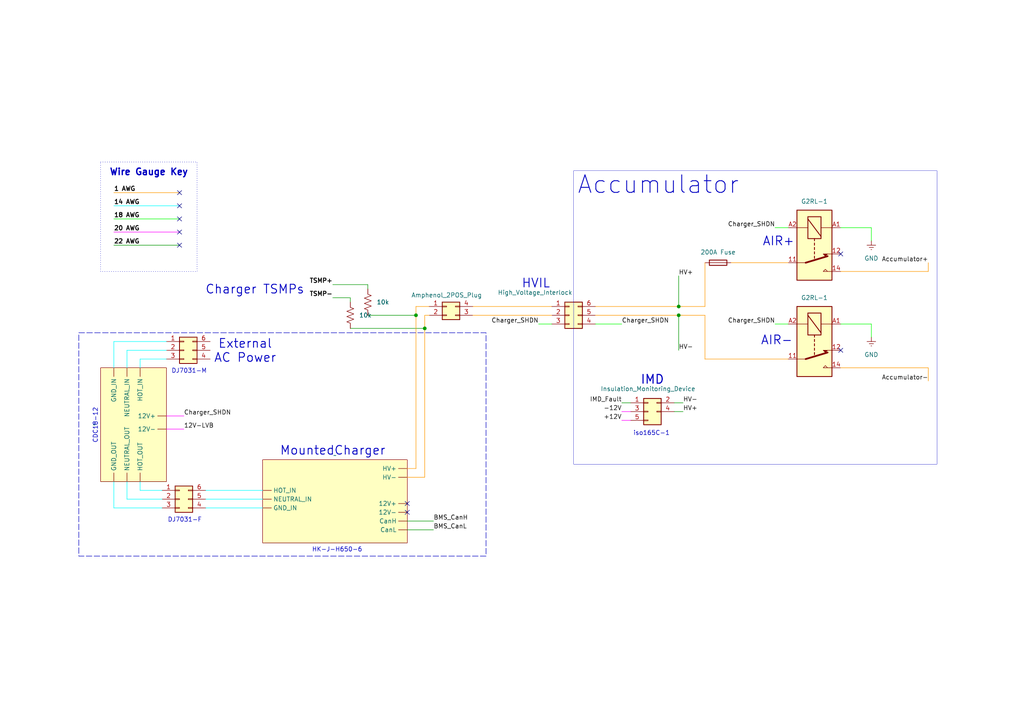
<source format=kicad_sch>
(kicad_sch (version 20250114) (generator "eeschema") (generator_version "9.0")
  (paper "A4")
  (lib_symbols
    (symbol "Connector_Generic:Conn_02x02_Counter_Clockwise" (pin_names (offset 1.016) (hide yes))
      (property "Reference" "J" (at 1.27 2.54 0))
      (property "Value" "Conn_02x02_Counter_Clockwise" (at 1.27 -5.08 0))
      (symbol "Conn_02x02_Counter_Clockwise_1_1"
        (rectangle (start -1.27 1.27) (end 3.81 -3.81) (stroke (width 0.254)) (fill (type background)))
        (rectangle (start -1.27 0.127) (end 0 -0.127) (stroke (width 0.1524)))
        (rectangle (start -1.27 -2.413) (end 0 -2.667) (stroke (width 0.1524)))
        (rectangle (start 3.81 0.127) (end 2.54 -0.127) (stroke (width 0.1524)))
        (rectangle (start 3.81 -2.413) (end 2.54 -2.667) (stroke (width 0.1524)))
        (pin passive line (at -5.08 0 0) (length 3.81) (name "Pin_1") (number "1"))
        (pin passive line (at -5.08 -2.54 0) (length 3.81) (name "Pin_2") (number "2"))
        (pin passive line (at 7.62 0 180) (length 3.81) (name "Pin_4") (number "4"))
        (pin passive line (at 7.62 -2.54 180) (length 3.81) (name "Pin_3") (number "3"))
      )
    )
    (symbol "Connector_Generic:Conn_02x03_Counter_Clockwise" (pin_names (offset 1.016) (hide yes))
      (property "Reference" "J" (at 1.27 5.08 0))
      (property "Value" "Conn_02x03_Counter_Clockwise" (at 1.27 -5.08 0))
      (symbol "Conn_02x03_Counter_Clockwise_1_1"
        (rectangle (start -1.27 3.81) (end 3.81 -3.81) (stroke (width 0.254)) (fill (type background)))
        (rectangle (start -1.27 2.667) (end 0 2.413) (stroke (width 0.1524)))
        (rectangle (start -1.27 0.127) (end 0 -0.127) (stroke (width 0.1524)))
        (rectangle (start -1.27 -2.413) (end 0 -2.667) (stroke (width 0.1524)))
        (rectangle (start 3.81 2.667) (end 2.54 2.413) (stroke (width 0.1524)))
        (rectangle (start 3.81 0.127) (end 2.54 -0.127) (stroke (width 0.1524)))
        (rectangle (start 3.81 -2.413) (end 2.54 -2.667) (stroke (width 0.1524)))
        (pin passive line (at -5.08 2.54 0) (length 3.81) (name "Pin_1") (number "1"))
        (pin passive line (at -5.08 0 0) (length 3.81) (name "Pin_2") (number "2"))
        (pin passive line (at -5.08 -2.54 0) (length 3.81) (name "Pin_3") (number "3"))
        (pin passive line (at 7.62 2.54 180) (length 3.81) (name "Pin_6") (number "6"))
        (pin passive line (at 7.62 0 180) (length 3.81) (name "Pin_5") (number "5"))
        (pin passive line (at 7.62 -2.54 180) (length 3.81) (name "Pin_4") (number "4"))
      )
    )
    (symbol "Connector_Generic:Conn_2Rows-05Pins" (pin_names (offset 1.016) (hide yes))
      (property "Reference" "J" (at 1.27 5.08 0))
      (property "Value" "Conn_2Rows-05Pins" (at 1.27 -5.08 0))
      (symbol "Conn_2Rows-05Pins_1_1"
        (rectangle (start -1.27 3.81) (end 3.81 -3.81) (stroke (width 0.254)) (fill (type background)))
        (rectangle (start -1.27 2.667) (end 0 2.413) (stroke (width 0.1524)))
        (rectangle (start -1.27 0.127) (end 0 -0.127) (stroke (width 0.1524)))
        (rectangle (start -1.27 -2.413) (end 0 -2.667) (stroke (width 0.1524)))
        (rectangle (start 3.81 2.667) (end 2.54 2.413) (stroke (width 0.1524)))
        (rectangle (start 3.81 0.127) (end 2.54 -0.127) (stroke (width 0.1524)))
        (pin passive line (at -5.08 2.54 0) (length 3.81) (name "Pin_1") (number "1"))
        (pin passive line (at -5.08 0 0) (length 3.81) (name "Pin_3") (number "3"))
        (pin passive line (at -5.08 -2.54 0) (length 3.81) (name "Pin_5") (number "5"))
        (pin passive line (at 7.62 2.54 180) (length 3.81) (name "Pin_2") (number "2"))
        (pin passive line (at 7.62 0 180) (length 3.81) (name "Pin_4") (number "4"))
      )
    )
    (symbol "Device:Fuse" (pin_numbers (hide yes)) (pin_names (offset 0))
      (property "Reference" "F" (at 2.032 0 90))
      (property "Value" "Fuse" (at -1.905 0 90))
      (symbol "Fuse_0_1"
        (rectangle (start -0.762 -2.54) (end 0.762 2.54) (stroke (width 0.254)))
        (polyline (pts (xy 0 2.54) (xy 0 -2.54)))
      )
      (symbol "Fuse_1_1"
        (pin passive line (at 0 3.81 270) (length 1.27) (name "~") (number "1"))
        (pin passive line (at 0 -3.81 90) (length 1.27) (name "~") (number "2"))
      )
    )
    (symbol "Device:R_US" (pin_numbers (hide yes)) (pin_names (offset 0))
      (property "Reference" "R" (at 2.54 0 90))
      (property "Value" "R_US" (at -2.54 0 90))
      (symbol "R_US_0_1"
        (polyline (pts (xy 0 2.286) (xy 0 2.54)))
        (polyline (pts (xy 0 2.286) (xy 1.016 1.905) (xy 0 1.524) (xy -1.016 1.143) (xy 0 0.762)))
        (polyline (pts (xy 0 0.762) (xy 1.016 0.381) (xy 0 0) (xy -1.016 -0.381) (xy 0 -0.762)))
        (polyline (pts (xy 0 -0.762) (xy 1.016 -1.143) (xy 0 -1.524) (xy -1.016 -1.905) (xy 0 -2.286)))
        (polyline (pts (xy 0 -2.286) (xy 0 -2.54)))
      )
      (symbol "R_US_1_1"
        (pin passive line (at 0 3.81 270) (length 1.27) (name "~") (number "1"))
        (pin passive line (at 0 -3.81 90) (length 1.27) (name "~") (number "2"))
      )
    )
    (symbol "New_Library:CDC18-12"
      (symbol "CDC18-12_1_1"
        (rectangle (start -16.51 13.97) (end 16.51 -5.08) (fill (type color) (color 255 255 194 1)))
        (pin input line (at -16.51 6.35 0) (length 2.54) (name "HOT_IN") (number ""))
        (pin input line (at -16.51 2.54 0) (length 2.54) (name "NEUTRAL_IN") (number ""))
        (pin input line (at -16.51 -1.27 0) (length 2.54) (name "GND_IN") (number ""))
        (pin input line (at -2.54 13.97 270) (length 2.54) (name "12V+") (number ""))
        (pin output line (at 1.27 13.97 270) (length 2.54) (name "12V-") (number ""))
        (pin output line (at 16.51 6.35 180) (length 2.54) (name "HOT_OUT") (number ""))
        (pin output line (at 16.51 2.54 180) (length 2.54) (name "NEUTRAL_OUT") (number ""))
        (pin output line (at 16.51 -1.27 180) (length 2.54) (name "GND_OUT") (number ""))
      )
    )
    (symbol "New_Library:ElCon_Charger"
      (symbol "ElCon_Charger_1_1"
        (rectangle (start -10.16 0) (end 31.75 -24.13) (fill (type color) (color 255 255 194 1)))
        (pin input line (at -10.16 -8.89 0) (length 2.54) (name "HOT_IN") (number ""))
        (pin input line (at -10.16 -11.43 0) (length 2.54) (name "NEUTRAL_IN") (number ""))
        (pin input line (at -10.16 -13.97 0) (length 2.54) (name "GND_IN") (number ""))
        (pin output line (at 31.75 -2.54 180) (length 2.54) (name "HV+") (number ""))
        (pin output line (at 31.75 -5.08 180) (length 2.54) (name "HV-") (number ""))
        (pin output line (at 31.75 -12.7 180) (length 2.54) (name "12V+") (number ""))
        (pin output line (at 31.75 -15.24 180) (length 2.54) (name "12V-") (number ""))
        (pin output line (at 31.75 -17.78 180) (length 2.54) (name "CanH") (number ""))
        (pin output line (at 31.75 -20.32 180) (length 2.54) (name "CanL") (number ""))
      )
    )
    (symbol "Relay:G2RL-1"
      (property "Reference" "K" (at 11.43 3.81 0))
      (property "Value" "G2RL-1" (at 11.43 1.27 0))
      (symbol "G2RL-1_0_0"
        (polyline (pts (xy 7.62 5.08) (xy 7.62 2.54) (xy 6.985 3.175) (xy 7.62 3.81)))
      )
      (symbol "G2RL-1_0_1"
        (rectangle (start -10.16 5.08) (end 10.16 -5.08) (stroke (width 0.254)) (fill (type background)))
        (rectangle (start -8.255 1.905) (end -1.905 -1.905) (stroke (width 0.254)))
        (polyline (pts (xy -7.62 -1.905) (xy -2.54 1.905)) (stroke (width 0.254)))
        (polyline (pts (xy -5.08 5.08) (xy -5.08 1.905)))
        (polyline (pts (xy -5.08 -5.08) (xy -5.08 -1.905)))
        (polyline (pts (xy -1.905 0) (xy -1.27 0)) (stroke (width 0.254)))
        (polyline (pts (xy -0.635 0) (xy 0 0)) (stroke (width 0.254)))
        (polyline (pts (xy 0.635 0) (xy 1.27 0)) (stroke (width 0.254)))
        (polyline (pts (xy 1.905 0) (xy 2.54 0)) (stroke (width 0.254)))
        (polyline (pts (xy 2.54 5.08) (xy 2.54 2.54) (xy 3.175 3.175) (xy 2.54 3.81)) (fill (type outline)))
        (polyline (pts (xy 3.175 0) (xy 3.81 0)) (stroke (width 0.254)))
        (polyline (pts (xy 5.08 -2.54) (xy 3.175 3.81)) (stroke (width 0.508)))
        (polyline (pts (xy 5.08 -2.54) (xy 5.08 -5.08)))
      )
      (symbol "G2RL-1_1_1"
        (pin passive line (at -5.08 7.62 270) (length 2.54) (name "~") (number "A1"))
        (pin passive line (at -5.08 -7.62 90) (length 2.54) (name "~") (number "A2"))
        (pin passive line (at 2.54 7.62 270) (length 2.54) (name "~") (number "12"))
        (pin passive line (at 5.08 -7.62 90) (length 2.54) (name "~") (number "11"))
        (pin passive line (at 7.62 7.62 270) (length 2.54) (name "~") (number "14"))
      )
    )
    (symbol "power:GNDREF" (power) (pin_numbers (hide yes)) (pin_names (offset 0) (hide yes))
      (property "Value" "GNDREF" (at 0 -3.81 0))
      (symbol "GNDREF_0_1"
        (polyline (pts (xy -0.635 -1.905) (xy 0.635 -1.905)))
        (polyline (pts (xy -0.127 -2.54) (xy 0.127 -2.54)))
        (polyline (pts (xy 0 -1.27) (xy 0 0)))
        (polyline (pts (xy 1.27 -1.27) (xy -1.27 -1.27)))
      )
      (symbol "GNDREF_1_1"
        (pin power_in line (at 0 0 270) (length 0) (name "~") (number "1"))
      )
    )
  )
  (rectangle (start 22.86 96.52) (end 140.97 161.29) (stroke (width 0) (type dash)))
  (text "CDC18-12" (at 27.686 123.444 90) (effects (font (size 1.27 1.27))))
  (text "Wire Gauge Key" (at 43.18 50.038 0) (effects (font (size 1.905 1.905) (thickness 0.381) (bold yes))))
  (text "iso165C-1" (at 188.976 125.73 0) (effects (font (size 1.27 1.27))))
  (text "AIR-" (at 225.298 98.806 0) (effects (font (size 2.54 2.54) (thickness 0.254) (bold yes))))
  (text "AIR+" (at 225.806 70.104 0) (effects (font (size 2.54 2.54) (thickness 0.254) (bold yes))))
  (text "DJ7031-M" (at 54.864 107.696 0) (effects (font (size 1.27 1.27))))
  (text "DJ7031-F" (at 53.594 150.876 0) (effects (font (size 1.27 1.27))))
  (text "MountedCharger" (at 96.52 130.81 0) (effects (font (size 2.54 2.54) (thickness 0.254) (bold yes))))
  (text "HVIL" (at 155.448 82.296 0) (effects (font (size 2.54 2.54) (thickness 0.254) (bold yes))))
  (text "Charger TSMPs" (at 73.914 84.074 0) (effects (font (size 2.54 2.54) (thickness 0.254) (bold yes))))
  (text "External\nAC Power" (at 71.12 101.854 0) (effects (font (size 2.54 2.54) (thickness 0.254) (bold yes))))
  (text "IMD" (at 189.23 110.236 0) (effects (font (size 2.54 2.54) (thickness 0.3175))))
  (text "HK-J-H650-6" (at 97.79 159.512 0) (effects (font (size 1.27 1.27))))
  (text_box "" (at 29.21 46.99 0) (size 27.94 31.75) (margins 0.9525 0.9525 0.9525 0.9525) (stroke (width 0) (type dot)) (fill (type color) (color 255 255 255 1)) (effects (font (size 1.27 1.27) (thickness 0.254) (bold yes)) (justify left top)))
  (text_box "Accumulator" (at 166.37 49.53 0) (size 105.41 85.09) (margins 0.9525 0.9525 0.9525 0.9525) (stroke (width 0.0508)) (fill (type color) (color 255 255 255 1)) (effects (font (size 5.08 5.08) (thickness 0.254) (bold yes)) (justify left top)))
  (junction (at 120.65 91.44))
  (junction (at 123.19 95.25))
  (junction (at 196.85 91.44))
  (junction (at 196.85 88.9))
  (no_connect (at 52.07 71.12))
  (no_connect (at 243.84 101.6))
  (no_connect (at 52.07 67.31))
  (no_connect (at 118.11 148.59))
  (no_connect (at 118.11 146.05))
  (no_connect (at 52.07 55.88))
  (no_connect (at 243.84 73.66))
  (no_connect (at 52.07 63.5))
  (no_connect (at 52.07 59.69))
  (wire (pts (xy 33.02 67.31) (xy 52.07 67.31)) (stroke (width 0) (color 255 0 255 1)))
  (wire (pts (xy 160.02 91.44) (xy 137.16 91.44)) (stroke (width 0) (color 255 153 0 1)))
  (wire (pts (xy 224.79 93.98) (xy 228.6 93.98)) (stroke (width 0) (color 0 255 0 1)))
  (wire (pts (xy 269.24 78.74) (xy 269.24 76.2)) (stroke (width 0) (color 255 153 0 1)))
  (wire (pts (xy 40.64 104.14) (xy 48.26 104.14)) (stroke (width 0) (color 0 255 255 1)))
  (wire (pts (xy 33.02 147.32) (xy 46.99 147.32)) (stroke (width 0) (color 0 255 255 1)))
  (wire (pts (xy 172.72 88.9) (xy 196.85 88.9)) (stroke (width 0) (color 255 153 0 1)))
  (wire (pts (xy 40.64 106.68) (xy 40.64 104.14)) (stroke (width 0) (color 0 255 255 1)))
  (wire (pts (xy 33.02 71.12) (xy 52.07 71.12)))
  (wire (pts (xy 118.11 138.43) (xy 123.19 138.43)) (stroke (width 0) (color 255 153 0 1)))
  (wire (pts (xy 269.24 78.74) (xy 243.84 78.74)) (stroke (width 0) (color 255 153 0 1)))
  (wire (pts (xy 212.09 76.2) (xy 228.6 76.2)) (stroke (width 0) (color 255 153 0 1)))
  (wire (pts (xy 33.02 106.68) (xy 33.02 99.06)) (stroke (width 0) (color 0 255 255 1)))
  (wire (pts (xy 172.72 91.44) (xy 196.85 91.44)) (stroke (width 0) (color 255 153 0 1)))
  (wire (pts (xy 224.79 66.04) (xy 228.6 66.04)) (stroke (width 0) (color 0 255 0 1)))
  (wire (pts (xy 96.52 82.55) (xy 106.68 82.55)))
  (wire (pts (xy 118.11 151.13) (xy 125.73 151.13)))
  (wire (pts (xy 36.83 144.78) (xy 46.99 144.78)) (stroke (width 0) (color 0 255 255 1)))
  (wire (pts (xy 182.88 121.92) (xy 180.34 121.92)) (stroke (width 0) (color 255 0 255 1)))
  (wire (pts (xy 36.83 144.78) (xy 36.83 139.7)) (stroke (width 0) (color 0 255 255 1)))
  (wire (pts (xy 48.26 120.65) (xy 53.34 120.65)) (stroke (width 0) (color 255 0 255 1)))
  (wire (pts (xy 33.02 63.5) (xy 52.07 63.5)) (stroke (width 0) (color 0 255 0 1)))
  (wire (pts (xy 118.11 135.89) (xy 120.65 135.89)) (stroke (width 0) (color 255 153 0 1)))
  (wire (pts (xy 160.02 88.9) (xy 137.16 88.9)) (stroke (width 0) (color 255 153 0 1)))
  (wire (pts (xy 252.73 93.98) (xy 252.73 97.79)) (stroke (width 0) (color 0 255 0 1)))
  (wire (pts (xy 198.12 116.84) (xy 195.58 116.84)))
  (wire (pts (xy 204.47 76.2) (xy 204.47 88.9)) (stroke (width 0) (color 255 153 0 1)))
  (wire (pts (xy 36.83 106.68) (xy 36.83 101.6)) (stroke (width 0) (color 0 255 255 1)))
  (wire (pts (xy 120.65 88.9) (xy 124.46 88.9)) (stroke (width 0) (color 255 153 0 1)))
  (wire (pts (xy 182.88 116.84) (xy 180.34 116.84)))
  (wire (pts (xy 59.69 147.32) (xy 76.2 147.32)) (stroke (width 0) (color 0 255 255 1)))
  (wire (pts (xy 101.6 95.25) (xy 123.19 95.25)))
  (wire (pts (xy 172.72 93.98) (xy 180.34 93.98)) (stroke (width 0) (color 0 255 0 1)))
  (wire (pts (xy 196.85 88.9) (xy 204.47 88.9)) (stroke (width 0) (color 255 153 0 1)))
  (wire (pts (xy 243.84 93.98) (xy 252.73 93.98)) (stroke (width 0) (color 0 255 0 1)))
  (wire (pts (xy 48.26 124.46) (xy 53.34 124.46)) (stroke (width 0) (color 255 0 255 1)))
  (wire (pts (xy 106.68 91.44) (xy 120.65 91.44)))
  (wire (pts (xy 156.21 93.98) (xy 160.02 93.98)) (stroke (width 0) (color 0 255 0 1)))
  (wire (pts (xy 196.85 91.44) (xy 204.47 91.44)) (stroke (width 0) (color 255 153 0 1)))
  (wire (pts (xy 106.68 82.55) (xy 106.68 83.82)))
  (wire (pts (xy 198.12 119.38) (xy 195.58 119.38)))
  (wire (pts (xy 204.47 104.14) (xy 228.6 104.14)) (stroke (width 0) (color 255 153 0 1)))
  (wire (pts (xy 59.69 142.24) (xy 76.2 142.24)) (stroke (width 0) (color 0 255 255 1)))
  (wire (pts (xy 252.73 66.04) (xy 252.73 69.85)) (stroke (width 0) (color 0 255 0 1)))
  (wire (pts (xy 123.19 91.44) (xy 123.19 95.25)) (stroke (width 0) (color 255 153 0 1)))
  (wire (pts (xy 120.65 88.9) (xy 120.65 91.44)) (stroke (width 0) (color 255 153 0 1)))
  (wire (pts (xy 101.6 86.36) (xy 101.6 87.63)))
  (wire (pts (xy 182.88 119.38) (xy 180.34 119.38)) (stroke (width 0) (color 255 0 255 1)))
  (wire (pts (xy 269.24 110.49) (xy 269.24 106.68)) (stroke (width 0) (color 255 153 0 1)))
  (wire (pts (xy 33.02 99.06) (xy 48.26 99.06)) (stroke (width 0) (color 0 255 255 1)))
  (wire (pts (xy 33.02 147.32) (xy 33.02 139.7)) (stroke (width 0) (color 0 255 255 1)))
  (wire (pts (xy 243.84 66.04) (xy 252.73 66.04)) (stroke (width 0) (color 0 255 0 1)))
  (wire (pts (xy 96.52 86.36) (xy 101.6 86.36)))
  (wire (pts (xy 120.65 91.44) (xy 120.65 135.89)) (stroke (width 0) (color 255 153 0 1)))
  (wire (pts (xy 33.02 59.69) (xy 52.07 59.69)) (stroke (width 0) (color 0 255 255 1)))
  (wire (pts (xy 196.85 80.01) (xy 196.85 88.9)))
  (wire (pts (xy 269.24 106.68) (xy 243.84 106.68)) (stroke (width 0) (color 255 153 0 1)))
  (wire (pts (xy 40.64 139.7) (xy 40.64 142.24)) (stroke (width 0) (color 0 255 255 1)))
  (wire (pts (xy 123.19 95.25) (xy 123.19 138.43)) (stroke (width 0) (color 255 153 0 1)))
  (wire (pts (xy 118.11 153.67) (xy 125.73 153.67)))
  (wire (pts (xy 40.64 142.24) (xy 46.99 142.24)) (stroke (width 0) (color 0 255 255 1)))
  (wire (pts (xy 196.85 91.44) (xy 196.85 101.6)))
  (wire (pts (xy 33.02 55.88) (xy 52.07 55.88)) (stroke (width 0) (color 255 153 0 1)))
  (wire (pts (xy 204.47 91.44) (xy 204.47 104.14)) (stroke (width 0) (color 255 153 0 1)))
  (wire (pts (xy 36.83 101.6) (xy 48.26 101.6)) (stroke (width 0) (color 0 255 255 1)))
  (wire (pts (xy 59.69 144.78) (xy 76.2 144.78)) (stroke (width 0) (color 0 255 255 1)))
  (wire (pts (xy 123.19 91.44) (xy 124.46 91.44)) (stroke (width 0) (color 255 153 0 1)))
  (label "BMS_CanH" (at 125.73 151.13 0) (effects (font (thickness 0.1588))))
  (label "HV-" (at 198.12 116.84 0) (effects (font (thickness 0.1588))))
  (label "22 AWG" (at 33.02 71.12 0) (effects (font (thickness 0.254) (bold yes))))
  (label "TSMP-" (at 96.52 86.36 180) (effects (font (thickness 0.254) (bold yes))))
  (label "Accumulator+" (at 269.24 76.2 180))
  (label "IMD_Fault" (at 180.34 116.84 180))
  (label "HV-" (at 196.85 101.6 0) (effects (font (thickness 0.1588))))
  (label "Charger_SHDN" (at 224.79 66.04 180) (effects (font (thickness 0.1588))))
  (label "18 AWG" (at 33.02 63.5 0) (effects (font (thickness 0.254) (bold yes))))
  (label "-12V" (at 180.34 119.38 180))
  (label "14 AWG" (at 33.02 59.69 0) (effects (font (thickness 0.254) (bold yes))))
  (label "TSMP+" (at 96.52 82.55 180) (effects (font (thickness 0.254) (bold yes))))
  (label "HV+" (at 198.12 119.38 0) (effects (font (thickness 0.1588))))
  (label "BMS_CanL" (at 125.73 153.67 0) (effects (font (thickness 0.1588))))
  (label "HV+" (at 196.85 80.01 0) (effects (font (thickness 0.1588))))
  (label "Charger_SHDN" (at 224.79 93.98 180) (effects (font (thickness 0.1588))))
  (label "12V-LVB" (at 53.34 124.46 0))
  (label "Charger_SHDN" (at 180.34 93.98 0) (effects (font (thickness 0.1588))))
  (label "Charger_SHDN" (at 53.34 120.65 0))
  (label "Charger_SHDN" (at 156.21 93.98 180) (effects (font (thickness 0.1588))))
  (label "1 AWG" (at 33.02 55.88 0) (effects (font (thickness 0.254) (bold yes))))
  (label "Accumulator-" (at 269.24 110.49 180))
  (label "20 AWG" (at 33.02 67.31 0) (effects (font (thickness 0.254) (bold yes))))
  (label "+12V" (at 180.34 121.92 180))
  (symbol (lib_id "Connector_Generic:Conn_02x03_Counter_Clockwise") (at 165.1 91.44 0) (unit 1)
    (property "Reference" "High_Voltage_Interlock" (at 155.194 84.836 0))
    (property "Value" "Conn_02x03_Counter_Clockwise" (effects (hide yes)))
    (property "Description" "Generic connector, double row, 02x03, counter clockwise pin numbering scheme (similar to DIP package numbering), script generated (kicad-library-utils/schlib/autogen/connector/)" (effects (hide yes)))
  )
  (symbol (lib_id "Relay:G2RL-1") (at 236.22 99.06 270) (unit 1)
    (property "Reference" "K2" (effects (hide yes)))
    (property "Value" "G2RL-1" (at 236.22 86.36 90))
    (property "Footprint" "Relay_THT:Relay_SPDT_Omron_G2RL-1" (effects (hide yes)))
    (property "Datasheet" "https://omronfs.omron.com/en_US/ecb/products/pdf/en-g2rl.pdf" (effects (hide yes)))
    (property "Description" "General Purpose Low Profile Relay SPDT Through Hole, Omron G2RL series, 12A 250VAC" (effects (hide yes)))
  )
  (symbol (lib_id "Connector_Generic:Conn_02x03_Counter_Clockwise") (at 53.34 101.6 0) (unit 1)
    (property "Reference" "J3" (effects (hide yes)))
    (property "Value" "Conn_02x03_Counter_Clockwise" (effects (hide yes)))
    (property "Description" "Generic connector, double row, 02x03, counter clockwise pin numbering scheme (similar to DIP package numbering), script generated (kicad-library-utils/schlib/autogen/connector/)" (effects (hide yes)))
  )
  (symbol (lib_id "Connector_Generic:Conn_2Rows-05Pins") (at 187.96 119.38 0) (unit 1)
    (property "Reference" "J1" (effects (hide yes)))
    (property "Value" "Insulation_Monitoring_Device" (at 187.96 112.776 0))
    (property "Description" "Generic connector, double row, 05 pins, odd/even pin numbering scheme (row 1 odd numbers, row 2 even numbers), script generated (kicad-library-utils/schlib/autogen/connector/)" (effects (hide yes)))
  )
  (symbol (lib_id "Device:R_US") (at 106.68 87.63 0) (unit 1)
    (property "Reference" "10k" (at 109.22 87.6299 0) (effects (justify left)))
    (property "Value" "R_US" (effects (hide yes)))
    (property "Description" "Resistor, US symbol" (effects (hide yes)))
  )
  (symbol (lib_id "New_Library:ElCon_Charger") (at 86.36 133.35 0) (unit 1)
    (property "Reference" "U1" (effects (hide yes)))
    (property "Value" "~" (at 97.155 132.08 0))
  )
  (symbol (lib_id "Device:R_US") (at 101.6 91.44 0) (unit 1)
    (property "Reference" "10k" (at 104.14 91.4399 0) (effects (justify left)))
    (property "Value" "R_US" (effects (hide yes)))
    (property "Description" "Resistor, US symbol" (effects (hide yes)))
  )
  (symbol (lib_id "Device:Fuse") (at 208.28 76.2 90) (unit 1)
    (property "Reference" "F1" (effects (hide yes)))
    (property "Value" "200A Fuse" (at 208.28 73.152 90))
    (property "Description" "Fuse" (effects (hide yes)))
  )
  (symbol (lib_id "power:GNDREF") (at 252.73 69.85 0) (unit 1)
    (property "Reference" "#PWR02" (effects (hide yes)))
    (property "Value" "GND" (at 252.73 74.93 0))
    (property "Description" "Power symbol creates a global label with name \"GNDREF\" , reference supply ground" (effects (hide yes)))
  )
  (symbol (lib_id "New_Library:CDC18-12") (at 34.29 123.19 270) (unit 1)
    (property "Reference" "U2" (effects (hide yes)))
    (property "Value" "~" (at 27.94 123.19 90) (effects (justify right)))
  )
  (symbol (lib_id "Connector_Generic:Conn_02x02_Counter_Clockwise") (at 129.54 88.9 0) (unit 1)
    (property "Reference" "Amphenol_2POS_Plug" (at 129.54 85.598 0))
    (property "Value" "Conn_02x02_Counter_Clockwise" (effects (hide yes)))
    (property "Description" "Generic connector, double row, 02x02, counter clockwise pin numbering scheme (similar to DIP package numbering), script generated (kicad-library-utils/schlib/autogen/connector/)" (effects (hide yes)))
  )
  (symbol (lib_id "Relay:G2RL-1") (at 236.22 71.12 270) (unit 1)
    (property "Reference" "K1" (effects (hide yes)))
    (property "Value" "G2RL-1" (at 236.22 58.42 90))
    (property "Footprint" "Relay_THT:Relay_SPDT_Omron_G2RL-1" (effects (hide yes)))
    (property "Datasheet" "https://omronfs.omron.com/en_US/ecb/products/pdf/en-g2rl.pdf" (effects (hide yes)))
    (property "Description" "General Purpose Low Profile Relay SPDT Through Hole, Omron G2RL series, 12A 250VAC" (effects (hide yes)))
  )
  (symbol (lib_id "Connector_Generic:Conn_02x03_Counter_Clockwise") (at 52.07 144.78 0) (unit 1)
    (property "Reference" "J2" (effects (hide yes)))
    (property "Value" "Conn_02x03_Counter_Clockwise" (effects (hide yes)))
    (property "Description" "Generic connector, double row, 02x03, counter clockwise pin numbering scheme (similar to DIP package numbering), script generated (kicad-library-utils/schlib/autogen/connector/)" (effects (hide yes)))
  )
  (symbol (lib_id "power:GNDREF") (at 252.73 97.79 0) (unit 1)
    (property "Reference" "#PWR01" (effects (hide yes)))
    (property "Value" "GND" (at 252.73 102.87 0))
    (property "Description" "Power symbol creates a global label with name \"GNDREF\" , reference supply ground" (effects (hide yes)))
  )
)
</source>
